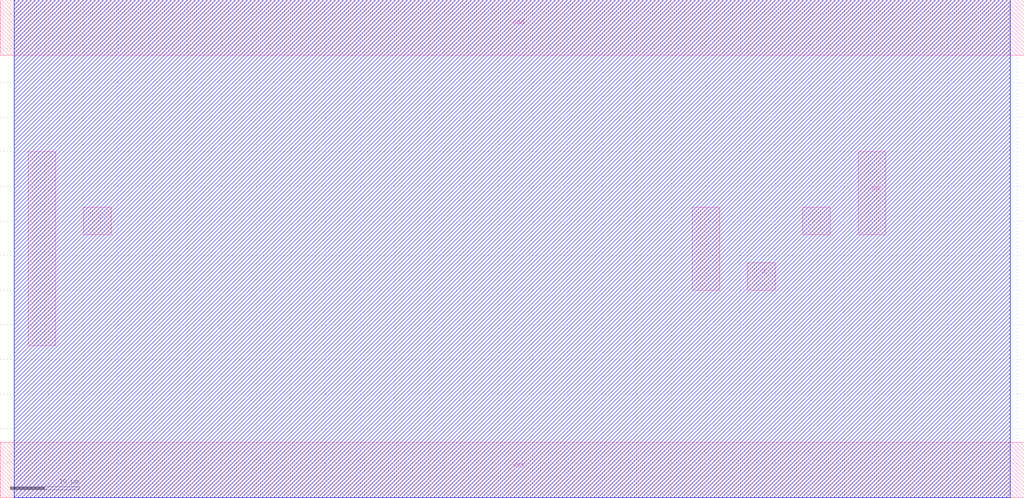
<source format=lef>

# LEF generated by Coriolis2 DEF exporter.
# For design <fpga_export>.

VERSION 5.7 ;

BUSBITCHARS "()" ;
DIVIDERCHAR "." ;
MANUFACTURINGGRID 1 ;

UNITS
   DATABASE MICRONS 100 ;
END UNITS

LAYER METAL1
   TYPE ROUTING ;
   DIRECTION VERTICAL ;
   WIDTH 3 ;
   OFFSET 4 ;
   PITCH 8 ;
   SPACING 4 ;
END METAL1

LAYER cut1
   TYPE CUT ;
   WIDTH 1 ;
END cut1

LAYER METAL2
   TYPE ROUTING ;
   DIRECTION HORIZONTAL ;
   WIDTH 4 ;
   OFFSET 0 ;
   PITCH 8 ;
   SPACING 3 ;
END METAL2

LAYER cut2
   TYPE CUT ;
   WIDTH 1 ;
END cut2

LAYER METAL3
   TYPE ROUTING ;
   DIRECTION VERTICAL ;
   WIDTH 4 ;
   OFFSET 4 ;
   PITCH 8 ;
   SPACING 3 ;
END METAL3

LAYER cut3
   TYPE CUT ;
   WIDTH 1 ;
END cut3

LAYER METAL4
   TYPE ROUTING ;
   DIRECTION HORIZONTAL ;
   WIDTH 4 ;
   OFFSET 0 ;
   PITCH 8 ;
   SPACING 3 ;
END METAL4

LAYER cut4
   TYPE CUT ;
   WIDTH 1 ;
END cut4

LAYER METAL5
   TYPE ROUTING ;
   DIRECTION VERTICAL ;
   WIDTH 4 ;
   OFFSET 4 ;
   PITCH 8 ;
   SPACING 3 ;
END METAL5

VIA VIA12 DEFAULT
   LAYER METAL1 ;
      RECT -1 -1 1 1 ;
   LAYER cut1 ;
      RECT -0.5 -0.5 0.5 0.5 ;
   LAYER METAL2 ;
      RECT -1.5 -1.5 1.5 1.5 ;
END VIA12

VIA VIA23 DEFAULT
   LAYER METAL2 ;
      RECT -1.5 -1.5 1.5 1.5 ;
   LAYER cut2 ;
      RECT -0.5 -0.5 0.5 0.5 ;
   LAYER METAL3 ;
      RECT -1.5 -1.5 1.5 1.5 ;
END VIA23

VIA VIA34 DEFAULT
   LAYER METAL3 ;
      RECT -1.5 -1.5 1.5 1.5 ;
   LAYER cut3 ;
      RECT -0.5 -0.5 0.5 0.5 ;
   LAYER METAL4 ;
      RECT -1.5 -1.5 1.5 1.5 ;
END VIA34

VIA VIA45 DEFAULT
   LAYER METAL4 ;
      RECT -1.5 -1.5 1.5 1.5 ;
   LAYER cut4 ;
      RECT -0.5 -0.5 0.5 0.5 ;
   LAYER METAL5 ;
      RECT -1.5 -1.5 1.5 1.5 ;
END VIA45

SITE core
   CLASS CORE ;
   SYMMETRY Y ;
   SIZE 8 BY 72 ;
END core

MACRO iv1v0x1
   CLASS CORE ;
   ORIGIN 0 0 ;
   SIZE 24 BY 72 ;
   SYMMETRY X Y ;
   SITE core ;
   PIN vdd
      DIRECTION INPUT ;
      SHAPE ABUTMENT ;
      USE POWER ;
      PORT 
         LAYER METAL1 ;
             RECT -2 64 26 72 ;
      END
   END vdd

   PIN vss
      DIRECTION INPUT ;
      SHAPE ABUTMENT ;
      USE GROUND ;
      PORT 
         LAYER METAL1 ;
             RECT -2 0 26 8 ;
      END
   END vss

   PIN a
      DIRECTION INPUT ;
      USE SIGNAL ;
      PORT 
         LAYER METAL1 ;
             RECT 18 30 22 34 ;
            RECT 10 22 14 34 ;
      END
   END a

   PIN z
      DIRECTION INPUT ;
      USE SIGNAL ;
      PORT 
         LAYER METAL1 ;
             RECT 10 46 14 50 ;
            RECT 2 14 6 50 ;
      END
   END z

END iv1v0x1

MACRO bf1v0x1
   CLASS CORE ;
   ORIGIN 0 0 ;
   SIZE 32 BY 72 ;
   SYMMETRY X Y ;
   SITE core ;
   PIN vdd
      DIRECTION INPUT ;
      SHAPE ABUTMENT ;
      USE POWER ;
      PORT 
         LAYER METAL1 ;
             RECT -2 64 34 72 ;
      END
   END vdd

   PIN vss
      DIRECTION INPUT ;
      SHAPE ABUTMENT ;
      USE GROUND ;
      PORT 
         LAYER METAL1 ;
             RECT -2 0 34 8 ;
      END
   END vss

   PIN a
      DIRECTION INPUT ;
      USE SIGNAL ;
      PORT 
         LAYER METAL1 ;
             RECT 26 54 30 58 ;
            RECT 18 46 22 58 ;
      END
   END a

   PIN z
      DIRECTION INPUT ;
      USE SIGNAL ;
      PORT 
         LAYER METAL1 ;
             RECT 2 22 6 50 ;
            RECT 10 46 14 50 ;
      END
   END z

END bf1v0x1

MACRO an2v0x4
   CLASS CORE ;
   ORIGIN 0 0 ;
   SIZE 56 BY 72 ;
   SYMMETRY X Y ;
   SITE core ;
   PIN b
      DIRECTION INPUT ;
      USE SIGNAL ;
      PORT 
         LAYER METAL1 ;
             RECT 42 30 46 42 ;
            RECT 34 38 38 42 ;
      END
   END b

   PIN vdd
      DIRECTION INPUT ;
      SHAPE ABUTMENT ;
      USE POWER ;
      PORT 
         LAYER METAL1 ;
             RECT -2 64 58 72 ;
      END
   END vdd

   PIN vss
      DIRECTION INPUT ;
      SHAPE ABUTMENT ;
      USE GROUND ;
      PORT 
         LAYER METAL1 ;
             RECT -2 0 58 8 ;
      END
   END vss

   PIN a
      DIRECTION INPUT ;
      USE SIGNAL ;
      PORT 
         LAYER METAL1 ;
             RECT 42 22 46 26 ;
            RECT 34 22 38 26 ;
            RECT 26 30 30 34 ;
      END
   END a

   PIN z
      DIRECTION INPUT ;
      USE SIGNAL ;
      PORT 
         LAYER METAL1 ;
             RECT 2 14 6 50 ;
            RECT 10 46 14 50 ;
            RECT 10 14 14 18 ;
      END
   END z

END an2v0x4

MACRO an4v0x4
   CLASS CORE ;
   ORIGIN 0 0 ;
   SIZE 96 BY 72 ;
   SYMMETRY X Y ;
   SITE core ;
   PIN d
      DIRECTION INPUT ;
      USE SIGNAL ;
      PORT 
         LAYER METAL1 ;
             RECT 66 30 70 34 ;
            RECT 74 30 78 34 ;
            RECT 82 38 86 42 ;
      END
   END d

   PIN c
      DIRECTION INPUT ;
      USE SIGNAL ;
      PORT 
         LAYER METAL1 ;
             RECT 58 38 62 42 ;
            RECT 66 38 70 42 ;
            RECT 74 46 78 50 ;
            RECT 82 46 86 50 ;
      END
   END c

   PIN b
      DIRECTION INPUT ;
      USE SIGNAL ;
      PORT 
         LAYER METAL1 ;
             RECT 42 38 46 42 ;
            RECT 50 46 54 50 ;
            RECT 58 46 62 50 ;
            RECT 66 54 70 58 ;
            RECT 74 54 78 58 ;
            RECT 82 54 86 58 ;
      END
   END b

   PIN vss
      DIRECTION INPUT ;
      SHAPE ABUTMENT ;
      USE GROUND ;
      PORT 
         LAYER METAL1 ;
             RECT -2 0 98 8 ;
      END
   END vss

   PIN vdd
      DIRECTION INPUT ;
      SHAPE ABUTMENT ;
      USE POWER ;
      PORT 
         LAYER METAL1 ;
             RECT -2 64 98 72 ;
      END
   END vdd

   PIN z
      DIRECTION INPUT ;
      USE SIGNAL ;
      PORT 
         LAYER METAL1 ;
             RECT 10 22 14 50 ;
            RECT 2 38 6 42 ;
      END
   END z

   PIN a
      DIRECTION INPUT ;
      USE SIGNAL ;
      PORT 
         LAYER METAL1 ;
             RECT 34 22 38 26 ;
            RECT 42 22 46 26 ;
            RECT 50 22 54 26 ;
            RECT 58 22 62 26 ;
            RECT 66 22 70 26 ;
            RECT 74 14 78 26 ;
            RECT 82 22 86 26 ;
            RECT 90 22 94 26 ;
      END
   END a

END an4v0x4

MACRO an3v0x4
   CLASS CORE ;
   ORIGIN 0 0 ;
   SIZE 80 BY 72 ;
   SYMMETRY X Y ;
   SITE core ;
   PIN c
      DIRECTION INPUT ;
      USE SIGNAL ;
      PORT 
         LAYER METAL1 ;
             RECT 34 38 38 42 ;
            RECT 42 30 46 34 ;
            RECT 50 30 54 34 ;
      END
   END c

   PIN b
      DIRECTION INPUT ;
      USE SIGNAL ;
      PORT 
         LAYER METAL1 ;
             RECT 50 38 54 42 ;
            RECT 58 38 62 42 ;
            RECT 66 46 70 50 ;
      END
   END b

   PIN vss
      DIRECTION INPUT ;
      SHAPE ABUTMENT ;
      USE GROUND ;
      PORT 
         LAYER METAL1 ;
             RECT -2 0 82 8 ;
      END
   END vss

   PIN vdd
      DIRECTION INPUT ;
      SHAPE ABUTMENT ;
      USE POWER ;
      PORT 
         LAYER METAL1 ;
             RECT -2 64 82 72 ;
      END
   END vdd

   PIN z
      DIRECTION INPUT ;
      USE SIGNAL ;
      PORT 
         LAYER METAL1 ;
             RECT 10 22 14 26 ;
            RECT 2 22 6 42 ;
            RECT 10 38 14 42 ;
      END
   END z

   PIN a
      DIRECTION INPUT ;
      USE SIGNAL ;
      PORT 
         LAYER METAL1 ;
             RECT 34 22 38 26 ;
            RECT 42 22 46 26 ;
            RECT 50 22 54 26 ;
            RECT 58 14 62 26 ;
            RECT 66 22 70 26 ;
            RECT 74 30 78 34 ;
      END
   END a

END an3v0x4

MACRO mxi2v0x2
   CLASS CORE ;
   ORIGIN 0 0 ;
   SIZE 96 BY 72 ;
   SYMMETRY X Y ;
   SITE core ;
   PIN a1
      DIRECTION INPUT ;
      USE SIGNAL ;
      PORT 
         LAYER METAL1 ;
             RECT 66 22 70 26 ;
            RECT 74 30 78 34 ;
            RECT 42 22 46 26 ;
      END
   END a1

   PIN a0
      DIRECTION INPUT ;
      USE SIGNAL ;
      PORT 
         LAYER METAL1 ;
             RECT 10 54 14 58 ;
            RECT 2 30 6 50 ;
      END
   END a0

   PIN s
      DIRECTION INPUT ;
      USE SIGNAL ;
      PORT 
         LAYER METAL1 ;
             RECT 50 38 54 42 ;
            RECT 42 38 46 42 ;
            RECT 34 30 38 42 ;
      END
   END s

   PIN vss
      DIRECTION INPUT ;
      SHAPE ABUTMENT ;
      USE GROUND ;
      PORT 
         LAYER METAL1 ;
             RECT -2 0 98 8 ;
      END
   END vss

   PIN vdd
      DIRECTION INPUT ;
      SHAPE ABUTMENT ;
      USE POWER ;
      PORT 
         LAYER METAL1 ;
             RECT -2 64 98 72 ;
      END
   END vdd

   PIN z
      DIRECTION INPUT ;
      USE SIGNAL ;
      PORT 
         LAYER METAL1 ;
             RECT 58 54 62 58 ;
            RECT 50 54 54 58 ;
            RECT 42 54 46 58 ;
            RECT 34 54 38 58 ;
            RECT 26 54 30 58 ;
            RECT 26 14 30 18 ;
            RECT 18 14 22 18 ;
            RECT 10 22 14 42 ;
      END
   END z

END mxi2v0x2

MACRO lant1v0x1
   CLASS CORE ;
   ORIGIN 0 0 ;
   SIZE 80 BY 72 ;
   SYMMETRY X Y ;
   SITE core ;
   PIN d
      DIRECTION INPUT ;
      USE SIGNAL ;
      PORT 
         LAYER METAL1 ;
             RECT 50 22 54 26 ;
            RECT 58 30 62 42 ;
      END
   END d

   PIN e
      DIRECTION INPUT ;
      USE SIGNAL ;
      PORT 
         LAYER METAL1 ;
             RECT 58 14 62 18 ;
            RECT 66 22 70 26 ;
      END
   END e

   PIN vss
      DIRECTION INPUT ;
      SHAPE ABUTMENT ;
      USE GROUND ;
      PORT 
         LAYER METAL1 ;
             RECT -2 0 82 8 ;
      END
   END vss

   PIN vdd
      DIRECTION INPUT ;
      SHAPE ABUTMENT ;
      USE POWER ;
      PORT 
         LAYER METAL1 ;
             RECT -2 64 82 72 ;
      END
   END vdd

   PIN z
      DIRECTION INPUT ;
      USE SIGNAL ;
      PORT 
         LAYER METAL1 ;
             RECT 10 22 14 26 ;
            RECT 2 14 6 50 ;
      END
   END z

END lant1v0x1

MACRO dfnt1v0x2
   CLASS CORE ;
   ORIGIN 0 0 ;
   SIZE 144 BY 72 ;
   SYMMETRY X Y ;
   SITE core ;
   PIN vdd
      DIRECTION INPUT ;
      SHAPE ABUTMENT ;
      USE POWER ;
      PORT 
         LAYER METAL1 ;
             RECT -2 64 146 72 ;
      END
   END vdd

   PIN vss
      DIRECTION INPUT ;
      SHAPE ABUTMENT ;
      USE GROUND ;
      PORT 
         LAYER METAL1 ;
             RECT -2 0 146 8 ;
      END
   END vss

   PIN z
      DIRECTION INPUT ;
      USE SIGNAL ;
      PORT 
         LAYER METAL1 ;
             RECT 2 22 6 50 ;
            RECT 10 38 14 42 ;
      END
   END z

   PIN d
      DIRECTION INPUT ;
      USE SIGNAL ;
      PORT 
         LAYER METAL1 ;
             RECT 98 30 102 42 ;
            RECT 106 30 110 34 ;
      END
   END d

   PIN cp
      DIRECTION INPUT ;
      USE SIGNAL ;
      PORT 
         LAYER METAL1 ;
             RECT 114 38 118 42 ;
            RECT 122 38 126 50 ;
      END
   END cp

END dfnt1v0x2

MACRO tie_x0
   CLASS CORE SPACER ;
   ORIGIN 0 0 ;
   SIZE 16 BY 72 ;
   SYMMETRY X Y ;
   SITE core ;
   PIN vss
      DIRECTION INPUT ;
      SHAPE ABUTMENT ;
      USE GROUND ;
      PORT 
         LAYER METAL1 ;
             RECT -2 0 18 8 ;
      END
   END vss

   PIN vdd
      DIRECTION INPUT ;
      SHAPE ABUTMENT ;
      USE POWER ;
      PORT 
         LAYER METAL1 ;
             RECT -2 64 18 72 ;
      END
   END vdd

END tie_x0

MACRO rowend_x0
   CLASS CORE SPACER ;
   ORIGIN 0 0 ;
   SIZE 8 BY 72 ;
   SYMMETRY X Y ;
   SITE core ;
   PIN vss
      DIRECTION INPUT ;
      SHAPE ABUTMENT ;
      USE GROUND ;
      PORT 
         LAYER METAL1 ;
             RECT -2 0 10 8 ;
      END
   END vss

   PIN vdd
      DIRECTION INPUT ;
      SHAPE ABUTMENT ;
      USE POWER ;
      PORT 
         LAYER METAL1 ;
             RECT -2 64 10 72 ;
      END
   END vdd

END rowend_x0

END LIBRARY

</source>
